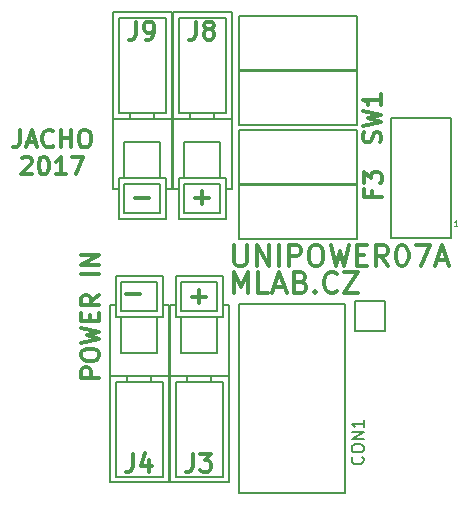
<source format=gbr>
G04 #@! TF.GenerationSoftware,KiCad,Pcbnew,(2017-02-05 revision 431abcf)-makepkg*
G04 #@! TF.CreationDate,2017-06-05T07:49:38+02:00*
G04 #@! TF.ProjectId,UNIPOWER07A,554E49504F5745523037412E6B696361,rev?*
G04 #@! TF.FileFunction,Legend,Top*
G04 #@! TF.FilePolarity,Positive*
%FSLAX46Y46*%
G04 Gerber Fmt 4.6, Leading zero omitted, Abs format (unit mm)*
G04 Created by KiCad (PCBNEW (2017-02-05 revision 431abcf)-makepkg) date 06/05/17 07:49:38*
%MOMM*%
%LPD*%
G01*
G04 APERTURE LIST*
%ADD10C,0.300000*%
%ADD11C,0.127000*%
%ADD12C,0.150000*%
%ADD13C,0.203200*%
%ADD14C,0.304800*%
%ADD15C,0.050000*%
G04 APERTURE END LIST*
D10*
X8806571Y9299428D02*
X7306571Y9299428D01*
X7306571Y9870857D01*
X7378000Y10013714D01*
X7449428Y10085142D01*
X7592285Y10156571D01*
X7806571Y10156571D01*
X7949428Y10085142D01*
X8020857Y10013714D01*
X8092285Y9870857D01*
X8092285Y9299428D01*
X7306571Y11085142D02*
X7306571Y11370857D01*
X7378000Y11513714D01*
X7520857Y11656571D01*
X7806571Y11728000D01*
X8306571Y11728000D01*
X8592285Y11656571D01*
X8735142Y11513714D01*
X8806571Y11370857D01*
X8806571Y11085142D01*
X8735142Y10942285D01*
X8592285Y10799428D01*
X8306571Y10728000D01*
X7806571Y10728000D01*
X7520857Y10799428D01*
X7378000Y10942285D01*
X7306571Y11085142D01*
X7306571Y12228000D02*
X8806571Y12585142D01*
X7735142Y12870857D01*
X8806571Y13156571D01*
X7306571Y13513714D01*
X8020857Y14085142D02*
X8020857Y14585142D01*
X8806571Y14799428D02*
X8806571Y14085142D01*
X7306571Y14085142D01*
X7306571Y14799428D01*
X8806571Y16299428D02*
X8092285Y15799428D01*
X8806571Y15442285D02*
X7306571Y15442285D01*
X7306571Y16013714D01*
X7378000Y16156571D01*
X7449428Y16228000D01*
X7592285Y16299428D01*
X7806571Y16299428D01*
X7949428Y16228000D01*
X8020857Y16156571D01*
X8092285Y16013714D01*
X8092285Y15442285D01*
X8806571Y18085142D02*
X7306571Y18085142D01*
X8806571Y18799428D02*
X7306571Y18799428D01*
X8806571Y19656571D01*
X7306571Y19656571D01*
X11874571Y24530857D02*
X13017428Y24530857D01*
X16954571Y24530857D02*
X18097428Y24530857D01*
X17526000Y23959428D02*
X17526000Y25102285D01*
X11112571Y16402857D02*
X12255428Y16402857D01*
X16700571Y16148857D02*
X17843428Y16148857D01*
X17272000Y15577428D02*
X17272000Y16720285D01*
X20214285Y16457714D02*
X20214285Y18257714D01*
X20814285Y16972000D01*
X21414285Y18257714D01*
X21414285Y16457714D01*
X23128571Y16457714D02*
X22271428Y16457714D01*
X22271428Y18257714D01*
X23642857Y16972000D02*
X24500000Y16972000D01*
X23471428Y16457714D02*
X24071428Y18257714D01*
X24671428Y16457714D01*
X25871428Y17400571D02*
X26128571Y17314857D01*
X26214285Y17229142D01*
X26300000Y17057714D01*
X26300000Y16800571D01*
X26214285Y16629142D01*
X26128571Y16543428D01*
X25957142Y16457714D01*
X25271428Y16457714D01*
X25271428Y18257714D01*
X25871428Y18257714D01*
X26042857Y18172000D01*
X26128571Y18086285D01*
X26214285Y17914857D01*
X26214285Y17743428D01*
X26128571Y17572000D01*
X26042857Y17486285D01*
X25871428Y17400571D01*
X25271428Y17400571D01*
X27071428Y16629142D02*
X27157142Y16543428D01*
X27071428Y16457714D01*
X26985714Y16543428D01*
X27071428Y16629142D01*
X27071428Y16457714D01*
X28957142Y16629142D02*
X28871428Y16543428D01*
X28614285Y16457714D01*
X28442857Y16457714D01*
X28185714Y16543428D01*
X28014285Y16714857D01*
X27928571Y16886285D01*
X27842857Y17229142D01*
X27842857Y17486285D01*
X27928571Y17829142D01*
X28014285Y18000571D01*
X28185714Y18172000D01*
X28442857Y18257714D01*
X28614285Y18257714D01*
X28871428Y18172000D01*
X28957142Y18086285D01*
X29557142Y18257714D02*
X30757142Y18257714D01*
X29557142Y16457714D01*
X30757142Y16457714D01*
X2076000Y30285428D02*
X2076000Y29214000D01*
X2004571Y28999714D01*
X1861714Y28856857D01*
X1647428Y28785428D01*
X1504571Y28785428D01*
X2718857Y29214000D02*
X3433142Y29214000D01*
X2576000Y28785428D02*
X3076000Y30285428D01*
X3576000Y28785428D01*
X4933142Y28928285D02*
X4861714Y28856857D01*
X4647428Y28785428D01*
X4504571Y28785428D01*
X4290285Y28856857D01*
X4147428Y28999714D01*
X4076000Y29142571D01*
X4004571Y29428285D01*
X4004571Y29642571D01*
X4076000Y29928285D01*
X4147428Y30071142D01*
X4290285Y30214000D01*
X4504571Y30285428D01*
X4647428Y30285428D01*
X4861714Y30214000D01*
X4933142Y30142571D01*
X5576000Y28785428D02*
X5576000Y30285428D01*
X5576000Y29571142D02*
X6433142Y29571142D01*
X6433142Y28785428D02*
X6433142Y30285428D01*
X7433142Y30285428D02*
X7718857Y30285428D01*
X7861714Y30214000D01*
X8004571Y30071142D01*
X8076000Y29785428D01*
X8076000Y29285428D01*
X8004571Y28999714D01*
X7861714Y28856857D01*
X7718857Y28785428D01*
X7433142Y28785428D01*
X7290285Y28856857D01*
X7147428Y28999714D01*
X7076000Y29285428D01*
X7076000Y29785428D01*
X7147428Y30071142D01*
X7290285Y30214000D01*
X7433142Y30285428D01*
X20252857Y20543714D02*
X20252857Y19086571D01*
X20338571Y18915142D01*
X20424285Y18829428D01*
X20595714Y18743714D01*
X20938571Y18743714D01*
X21110000Y18829428D01*
X21195714Y18915142D01*
X21281428Y19086571D01*
X21281428Y20543714D01*
X22138571Y18743714D02*
X22138571Y20543714D01*
X23167142Y18743714D01*
X23167142Y20543714D01*
X24024285Y18743714D02*
X24024285Y20543714D01*
X24881428Y18743714D02*
X24881428Y20543714D01*
X25567142Y20543714D01*
X25738571Y20458000D01*
X25824285Y20372285D01*
X25910000Y20200857D01*
X25910000Y19943714D01*
X25824285Y19772285D01*
X25738571Y19686571D01*
X25567142Y19600857D01*
X24881428Y19600857D01*
X27024285Y20543714D02*
X27367142Y20543714D01*
X27538571Y20458000D01*
X27710000Y20286571D01*
X27795714Y19943714D01*
X27795714Y19343714D01*
X27710000Y19000857D01*
X27538571Y18829428D01*
X27367142Y18743714D01*
X27024285Y18743714D01*
X26852857Y18829428D01*
X26681428Y19000857D01*
X26595714Y19343714D01*
X26595714Y19943714D01*
X26681428Y20286571D01*
X26852857Y20458000D01*
X27024285Y20543714D01*
X28395714Y20543714D02*
X28824285Y18743714D01*
X29167142Y20029428D01*
X29510000Y18743714D01*
X29938571Y20543714D01*
X30624285Y19686571D02*
X31224285Y19686571D01*
X31481428Y18743714D02*
X30624285Y18743714D01*
X30624285Y20543714D01*
X31481428Y20543714D01*
X33281428Y18743714D02*
X32681428Y19600857D01*
X32252857Y18743714D02*
X32252857Y20543714D01*
X32938571Y20543714D01*
X33110000Y20458000D01*
X33195714Y20372285D01*
X33281428Y20200857D01*
X33281428Y19943714D01*
X33195714Y19772285D01*
X33110000Y19686571D01*
X32938571Y19600857D01*
X32252857Y19600857D01*
X34395714Y20543714D02*
X34567142Y20543714D01*
X34738571Y20458000D01*
X34824285Y20372285D01*
X34910000Y20200857D01*
X34995714Y19858000D01*
X34995714Y19429428D01*
X34910000Y19086571D01*
X34824285Y18915142D01*
X34738571Y18829428D01*
X34567142Y18743714D01*
X34395714Y18743714D01*
X34224285Y18829428D01*
X34138571Y18915142D01*
X34052857Y19086571D01*
X33967142Y19429428D01*
X33967142Y19858000D01*
X34052857Y20200857D01*
X34138571Y20372285D01*
X34224285Y20458000D01*
X34395714Y20543714D01*
X35595714Y20543714D02*
X36795714Y20543714D01*
X36024285Y18743714D01*
X37395714Y19258000D02*
X38252857Y19258000D01*
X37224285Y18743714D02*
X37824285Y20543714D01*
X38424285Y18743714D01*
X2254571Y27856571D02*
X2326000Y27928000D01*
X2468857Y27999428D01*
X2826000Y27999428D01*
X2968857Y27928000D01*
X3040285Y27856571D01*
X3111714Y27713714D01*
X3111714Y27570857D01*
X3040285Y27356571D01*
X2183142Y26499428D01*
X3111714Y26499428D01*
X4040285Y27999428D02*
X4183142Y27999428D01*
X4326000Y27928000D01*
X4397428Y27856571D01*
X4468857Y27713714D01*
X4540285Y27428000D01*
X4540285Y27070857D01*
X4468857Y26785142D01*
X4397428Y26642285D01*
X4326000Y26570857D01*
X4183142Y26499428D01*
X4040285Y26499428D01*
X3897428Y26570857D01*
X3826000Y26642285D01*
X3754571Y26785142D01*
X3683142Y27070857D01*
X3683142Y27428000D01*
X3754571Y27713714D01*
X3826000Y27856571D01*
X3897428Y27928000D01*
X4040285Y27999428D01*
X5968857Y26499428D02*
X5111714Y26499428D01*
X5540285Y26499428D02*
X5540285Y27999428D01*
X5397428Y27785142D01*
X5254571Y27642285D01*
X5111714Y27570857D01*
X6468857Y27999428D02*
X7468857Y27999428D01*
X6826000Y26499428D01*
D11*
X29646000Y-492000D02*
X29646000Y15508000D01*
X20646000Y-492000D02*
X29646000Y-492000D01*
X20646000Y15508000D02*
X20646000Y-492000D01*
X29646000Y15508000D02*
X20646000Y15508000D01*
D12*
X30654000Y30240000D02*
X30654000Y25640000D01*
X20654000Y30240000D02*
X30654000Y30240000D01*
X20654000Y25640000D02*
X20654000Y30240000D01*
X30654000Y25640000D02*
X20654000Y25640000D01*
X30666700Y21068000D02*
X20666700Y21068000D01*
X20666700Y21068000D02*
X20666700Y25668000D01*
X20666700Y25668000D02*
X30666700Y25668000D01*
X30666700Y25668000D02*
X30666700Y21068000D01*
X14772000Y414000D02*
X14772000Y9414000D01*
X19772000Y9414000D02*
X19772000Y414000D01*
X14772000Y9414000D02*
X14772000Y15414000D01*
X15272000Y913900D02*
X15272000Y8913900D01*
X15772000Y11414000D02*
X15772000Y14414000D01*
X19772000Y9414000D02*
X19772000Y15414000D01*
X19272000Y913900D02*
X19272000Y8913900D01*
X18772000Y11414000D02*
X18772000Y14414000D01*
X15272000Y14414000D02*
X15272000Y17915000D01*
X15772000Y14914100D02*
X15772000Y17414000D01*
X16272000Y8913900D02*
X16272000Y9414000D01*
X19272000Y14414000D02*
X19272000Y17914100D01*
X18772000Y14914100D02*
X18772000Y17414000D01*
X18272000Y8913900D02*
X18272000Y9414000D01*
X19272000Y913900D02*
X15272000Y913900D01*
X15272000Y8913900D02*
X19272000Y8913900D01*
X18772100Y11414000D02*
X15771900Y11414000D01*
X15272000Y14414000D02*
X19272000Y14414000D01*
X15272000Y17914100D02*
X19272000Y17914100D01*
X18773000Y14914100D02*
X15771000Y14914100D01*
X18773000Y17414000D02*
X15771000Y17414000D01*
X19772100Y414000D02*
X14771900Y414000D01*
X19772100Y9414000D02*
X14771900Y9414000D01*
X15272000Y15414000D02*
X14772000Y15414000D01*
X19772000Y15414000D02*
X19272000Y15414000D01*
X14692000Y15414000D02*
X14192000Y15414000D01*
X10192000Y15414000D02*
X9692000Y15414000D01*
X14692100Y9414000D02*
X9691900Y9414000D01*
X14692100Y414000D02*
X9691900Y414000D01*
X13693000Y17414000D02*
X10691000Y17414000D01*
X13693000Y14914100D02*
X10691000Y14914100D01*
X10192000Y17914100D02*
X14192000Y17914100D01*
X10192000Y14414000D02*
X14192000Y14414000D01*
X13692100Y11414000D02*
X10691900Y11414000D01*
X10192000Y8913900D02*
X14192000Y8913900D01*
X14192000Y913900D02*
X10192000Y913900D01*
X13192000Y8913900D02*
X13192000Y9414000D01*
X13692000Y14914100D02*
X13692000Y17414000D01*
X14192000Y14414000D02*
X14192000Y17914100D01*
X11192000Y8913900D02*
X11192000Y9414000D01*
X10692000Y14914100D02*
X10692000Y17414000D01*
X10192000Y14414000D02*
X10192000Y17915000D01*
X13692000Y11414000D02*
X13692000Y14414000D01*
X14192000Y913900D02*
X14192000Y8913900D01*
X14692000Y9414000D02*
X14692000Y15414000D01*
X10692000Y11414000D02*
X10692000Y14414000D01*
X10192000Y913900D02*
X10192000Y8913900D01*
X9692000Y9414000D02*
X9692000Y15414000D01*
X14692000Y9414000D02*
X14692000Y414000D01*
X9692000Y414000D02*
X9692000Y9414000D01*
X30480000Y15748000D02*
X33020000Y15748000D01*
X33020000Y15748000D02*
X33020000Y13208000D01*
X33020000Y13208000D02*
X30480000Y13208000D01*
X30480000Y13208000D02*
X30480000Y15748000D01*
X15026000Y25226000D02*
X15526000Y25226000D01*
X19526000Y25226000D02*
X20026000Y25226000D01*
X15025900Y31226000D02*
X20026100Y31226000D01*
X15025900Y40226000D02*
X20026100Y40226000D01*
X16025000Y23226000D02*
X19027000Y23226000D01*
X16025000Y25725900D02*
X19027000Y25725900D01*
X19526000Y22725900D02*
X15526000Y22725900D01*
X19526000Y26226000D02*
X15526000Y26226000D01*
X16025900Y29226000D02*
X19026100Y29226000D01*
X19526000Y31726100D02*
X15526000Y31726100D01*
X15526000Y39726100D02*
X19526000Y39726100D01*
X16526000Y31726100D02*
X16526000Y31226000D01*
X16026000Y25725900D02*
X16026000Y23226000D01*
X15526000Y26226000D02*
X15526000Y22725900D01*
X18526000Y31726100D02*
X18526000Y31226000D01*
X19026000Y25725900D02*
X19026000Y23226000D01*
X19526000Y26226000D02*
X19526000Y22725000D01*
X16026000Y29226000D02*
X16026000Y26226000D01*
X15526000Y39726100D02*
X15526000Y31726100D01*
X15026000Y31226000D02*
X15026000Y25226000D01*
X19026000Y29226000D02*
X19026000Y26226000D01*
X19526000Y39726100D02*
X19526000Y31726100D01*
X20026000Y31226000D02*
X20026000Y25226000D01*
X15026000Y31226000D02*
X15026000Y40226000D01*
X20026000Y40226000D02*
X20026000Y31226000D01*
X14946000Y40226000D02*
X14946000Y31226000D01*
X9946000Y31226000D02*
X9946000Y40226000D01*
X14946000Y31226000D02*
X14946000Y25226000D01*
X14446000Y39726100D02*
X14446000Y31726100D01*
X13946000Y29226000D02*
X13946000Y26226000D01*
X9946000Y31226000D02*
X9946000Y25226000D01*
X10446000Y39726100D02*
X10446000Y31726100D01*
X10946000Y29226000D02*
X10946000Y26226000D01*
X14446000Y26226000D02*
X14446000Y22725000D01*
X13946000Y25725900D02*
X13946000Y23226000D01*
X13446000Y31726100D02*
X13446000Y31226000D01*
X10446000Y26226000D02*
X10446000Y22725900D01*
X10946000Y25725900D02*
X10946000Y23226000D01*
X11446000Y31726100D02*
X11446000Y31226000D01*
X10446000Y39726100D02*
X14446000Y39726100D01*
X14446000Y31726100D02*
X10446000Y31726100D01*
X10945900Y29226000D02*
X13946100Y29226000D01*
X14446000Y26226000D02*
X10446000Y26226000D01*
X14446000Y22725900D02*
X10446000Y22725900D01*
X10945000Y25725900D02*
X13947000Y25725900D01*
X10945000Y23226000D02*
X13947000Y23226000D01*
X9945900Y40226000D02*
X14946100Y40226000D01*
X9945900Y31226000D02*
X14946100Y31226000D01*
X14446000Y25226000D02*
X14946000Y25226000D01*
X9946000Y25226000D02*
X10446000Y25226000D01*
X38608000Y31242000D02*
X38608000Y21082000D01*
X33528000Y31242000D02*
X38608000Y31242000D01*
X33528000Y21082000D02*
X33528000Y31242000D01*
X38608000Y21082000D02*
X33528000Y21082000D01*
X30666700Y35320000D02*
X30666700Y30720000D01*
X20666700Y35320000D02*
X30666700Y35320000D01*
X20666700Y30720000D02*
X20666700Y35320000D01*
X30666700Y30720000D02*
X20666700Y30720000D01*
X30654000Y35292000D02*
X20654000Y35292000D01*
X20654000Y35292000D02*
X20654000Y39892000D01*
X20654000Y39892000D02*
X30654000Y39892000D01*
X30654000Y39892000D02*
X30654000Y35292000D01*
D13*
X31096857Y2576285D02*
X31145238Y2527904D01*
X31193619Y2382761D01*
X31193619Y2286000D01*
X31145238Y2140857D01*
X31048476Y2044095D01*
X30951714Y1995714D01*
X30758190Y1947333D01*
X30613047Y1947333D01*
X30419523Y1995714D01*
X30322761Y2044095D01*
X30226000Y2140857D01*
X30177619Y2286000D01*
X30177619Y2382761D01*
X30226000Y2527904D01*
X30274380Y2576285D01*
X30177619Y3205238D02*
X30177619Y3398761D01*
X30226000Y3495523D01*
X30322761Y3592285D01*
X30516285Y3640666D01*
X30854952Y3640666D01*
X31048476Y3592285D01*
X31145238Y3495523D01*
X31193619Y3398761D01*
X31193619Y3205238D01*
X31145238Y3108476D01*
X31048476Y3011714D01*
X30854952Y2963333D01*
X30516285Y2963333D01*
X30322761Y3011714D01*
X30226000Y3108476D01*
X30177619Y3205238D01*
X31193619Y4076095D02*
X30177619Y4076095D01*
X31193619Y4656666D01*
X30177619Y4656666D01*
X31193619Y5672666D02*
X31193619Y5092095D01*
X31193619Y5382380D02*
X30177619Y5382380D01*
X30322761Y5285619D01*
X30419523Y5188857D01*
X30467904Y5092095D01*
D14*
X31945942Y25082500D02*
X31945942Y24574500D01*
X32744228Y24574500D02*
X31220228Y24574500D01*
X31220228Y25300214D01*
X31220228Y25735642D02*
X31220228Y26679071D01*
X31800800Y26171071D01*
X31800800Y26388785D01*
X31873371Y26533928D01*
X31945942Y26606500D01*
X32091085Y26679071D01*
X32453942Y26679071D01*
X32599085Y26606500D01*
X32671657Y26533928D01*
X32744228Y26388785D01*
X32744228Y25953357D01*
X32671657Y25808214D01*
X32599085Y25735642D01*
X16764000Y2866571D02*
X16764000Y1778000D01*
X16691428Y1560285D01*
X16546285Y1415142D01*
X16328571Y1342571D01*
X16183428Y1342571D01*
X17344571Y2866571D02*
X18288000Y2866571D01*
X17780000Y2286000D01*
X17997714Y2286000D01*
X18142857Y2213428D01*
X18215428Y2140857D01*
X18288000Y1995714D01*
X18288000Y1632857D01*
X18215428Y1487714D01*
X18142857Y1415142D01*
X17997714Y1342571D01*
X17562285Y1342571D01*
X17417142Y1415142D01*
X17344571Y1487714D01*
X11684000Y2866571D02*
X11684000Y1778000D01*
X11611428Y1560285D01*
X11466285Y1415142D01*
X11248571Y1342571D01*
X11103428Y1342571D01*
X13062857Y2358571D02*
X13062857Y1342571D01*
X12700000Y2939142D02*
X12337142Y1850571D01*
X13280571Y1850571D01*
X17018000Y39442571D02*
X17018000Y38354000D01*
X16945428Y38136285D01*
X16800285Y37991142D01*
X16582571Y37918571D01*
X16437428Y37918571D01*
X17961428Y38789428D02*
X17816285Y38862000D01*
X17743714Y38934571D01*
X17671142Y39079714D01*
X17671142Y39152285D01*
X17743714Y39297428D01*
X17816285Y39370000D01*
X17961428Y39442571D01*
X18251714Y39442571D01*
X18396857Y39370000D01*
X18469428Y39297428D01*
X18542000Y39152285D01*
X18542000Y39079714D01*
X18469428Y38934571D01*
X18396857Y38862000D01*
X18251714Y38789428D01*
X17961428Y38789428D01*
X17816285Y38716857D01*
X17743714Y38644285D01*
X17671142Y38499142D01*
X17671142Y38208857D01*
X17743714Y38063714D01*
X17816285Y37991142D01*
X17961428Y37918571D01*
X18251714Y37918571D01*
X18396857Y37991142D01*
X18469428Y38063714D01*
X18542000Y38208857D01*
X18542000Y38499142D01*
X18469428Y38644285D01*
X18396857Y38716857D01*
X18251714Y38789428D01*
X11938000Y39442571D02*
X11938000Y38354000D01*
X11865428Y38136285D01*
X11720285Y37991142D01*
X11502571Y37918571D01*
X11357428Y37918571D01*
X12736285Y37918571D02*
X13026571Y37918571D01*
X13171714Y37991142D01*
X13244285Y38063714D01*
X13389428Y38281428D01*
X13462000Y38571714D01*
X13462000Y39152285D01*
X13389428Y39297428D01*
X13316857Y39370000D01*
X13171714Y39442571D01*
X12881428Y39442571D01*
X12736285Y39370000D01*
X12663714Y39297428D01*
X12591142Y39152285D01*
X12591142Y38789428D01*
X12663714Y38644285D01*
X12736285Y38571714D01*
X12881428Y38499142D01*
X13171714Y38499142D01*
X13316857Y38571714D01*
X13389428Y38644285D01*
X13462000Y38789428D01*
D15*
X39131857Y22125809D02*
X38846142Y22125809D01*
X38989000Y22125809D02*
X38989000Y22625809D01*
X38941380Y22554380D01*
X38893761Y22506761D01*
X38846142Y22482952D01*
D14*
X32620857Y29210000D02*
X32693428Y29427714D01*
X32693428Y29790571D01*
X32620857Y29935714D01*
X32548285Y30008285D01*
X32403142Y30080857D01*
X32258000Y30080857D01*
X32112857Y30008285D01*
X32040285Y29935714D01*
X31967714Y29790571D01*
X31895142Y29500285D01*
X31822571Y29355142D01*
X31750000Y29282571D01*
X31604857Y29210000D01*
X31459714Y29210000D01*
X31314571Y29282571D01*
X31242000Y29355142D01*
X31169428Y29500285D01*
X31169428Y29863142D01*
X31242000Y30080857D01*
X31169428Y30588857D02*
X32693428Y30951714D01*
X31604857Y31242000D01*
X32693428Y31532285D01*
X31169428Y31895142D01*
X32693428Y33274000D02*
X32693428Y32403142D01*
X32693428Y32838571D02*
X31169428Y32838571D01*
X31387142Y32693428D01*
X31532285Y32548285D01*
X31604857Y32403142D01*
M02*

</source>
